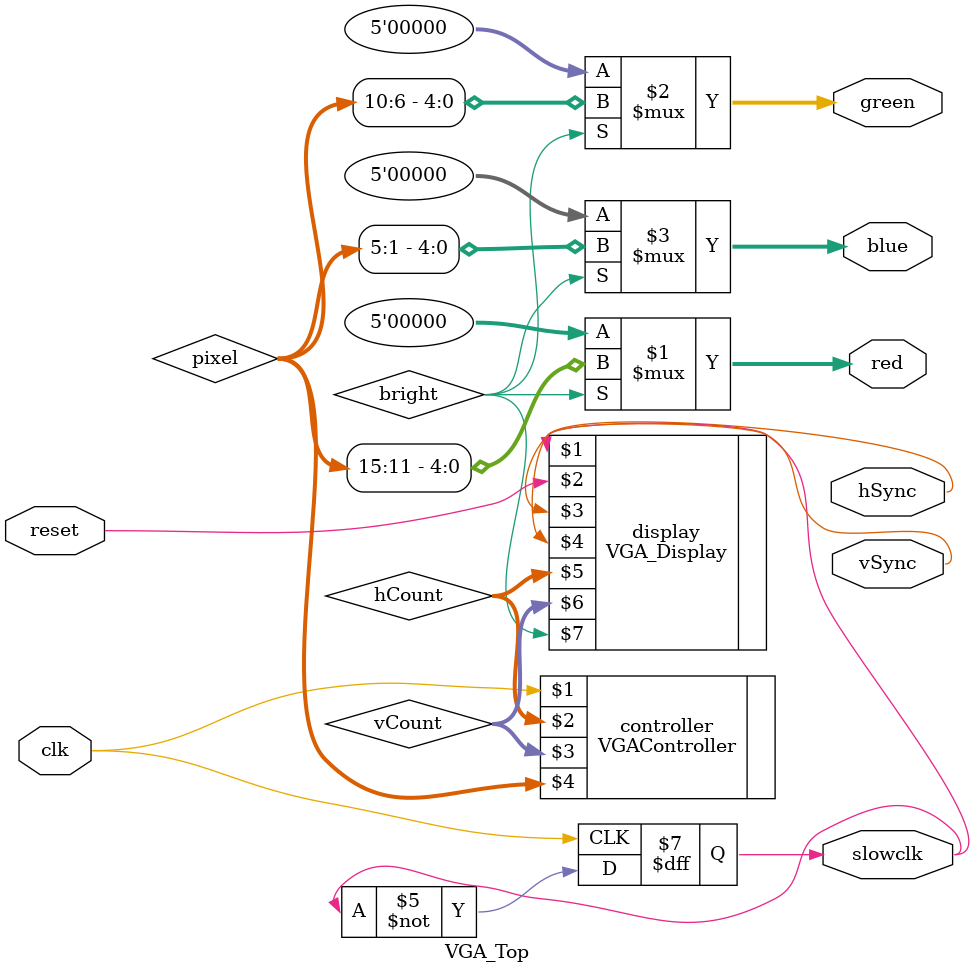
<source format=v>
module VGA_Top(clk, reset, slowclk, red, green, blue, hSync, vSync);

	input clk, reset;
	output reg slowclk = 1'b0;
	output wire [4:0] red, green, blue;
	output wire hSync, vSync;
	
	wire bright;
	wire [9:0] hCount, vCount;
	wire [15:0] pixel;

	// Instantiate the VGA_Display and VGAController modules
	VGA_Display display(slowclk, reset, hSync, vSync, hCount, vCount, bright);
	VGAController controller(clk, hCount, vCount, pixel);
	
	// Don't use the alpha bit and check for bright
	assign red = bright ? pixel[15:11] : 5'b0;
	assign green = bright ? pixel[10:6] : 5'b0;
	assign blue = bright ? pixel[5:1] : 5'b0;
	
	// 50 MHz clock to 25 MHz
	always@(posedge clk)
	begin
		slowclk <= ~slowclk;
	end


endmodule

</source>
